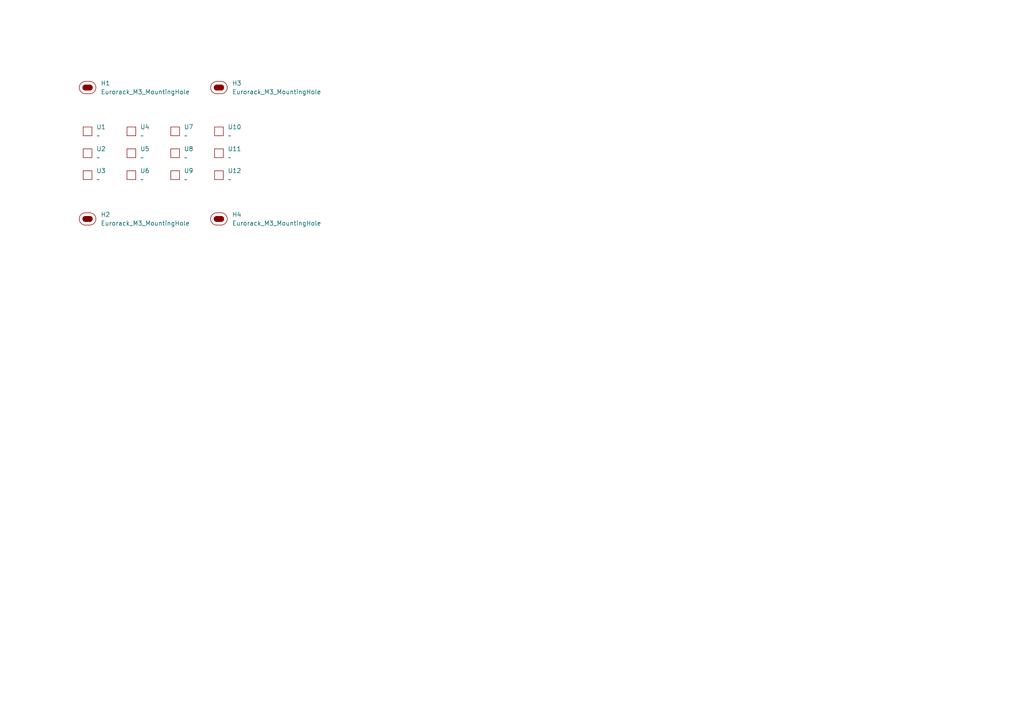
<source format=kicad_sch>
(kicad_sch (version 20250114) (generator "eeschema") (generator_version "9.0")
  (paper "A4")
  (lib_symbols
    (symbol "EXC:Eurorack_M3_MountingHole" (pin_names (offset 1.016))
      (property "Reference" "H" (at 0 5.08 0))
      (property "Value" "Eurorack_M3_MountingHole" (at 0 3.175 0))
      (symbol "Eurorack_M3_MountingHole_0_1"
        (polyline (pts (xy -0.635 0.762) (xy 0.635 0.762)))
        (circle (center -0.635 0) (radius 0.762) (fill (type outline)))
        (arc (start -0.635 -0.762) (mid -1.397 0) (end -0.635 0.762))
        (arc (start -0.635 -1.778) (mid -2.413 0) (end -0.635 1.778))
        (polyline (pts (xy -0.635 -0.762) (xy 0.635 -0.762)))
        (polyline (pts (xy -0.635 -1.778) (xy 0.635 -1.778)))
        (circle (center 0 0) (radius 0.762) (fill (type outline)))
        (polyline (pts (xy 0.635 1.778) (xy -0.635 1.778)))
        (arc (start 0.6141 1.778) (mid 2.4131 0) (end 0.6141 -1.778))
        (arc (start 0.6227 0.762) (mid 1.3971 0) (end 0.6227 -0.762))
        (circle (center 0.635 0) (radius 0.762) (fill (type outline)))
      )
    )
    (symbol "EXC:SW_CherrySwitch_Clearance_Inner"
      (property "Reference" "U" (at 0 0 0))
      (symbol "SW_CherrySwitch_Clearance_Inner_0_1"
        (rectangle (start -1.27 1.27) (end 1.27 -1.27))
      )
    )
  )
  (symbol (lib_id "EXC:SW_CherrySwitch_Clearance_Inner") (at 63.5 50.8 0) (unit 1)
    (property "Reference" "U12" (at 66.04 49.5299 0) (effects (justify left)))
    (property "Value" "~" (at 66.04 52.0699 0) (effects (justify left)))
    (property "Footprint" "EXC:SW_Cherry_MX_1.00u_Clearance" (effects (hide yes)))
  )
  (symbol (lib_id "EXC:Eurorack_M3_MountingHole") (at 25.4 63.5 0) (unit 1)
    (property "Reference" "H2" (at 29.21 62.2299 0) (effects (justify left)))
    (property "Value" "Eurorack_M3_MountingHole" (at 29.21 64.7699 0) (effects (justify left)))
    (property "Footprint" "EXC:MountingHole_3.2mm_M3" (effects (hide yes)))
    (property "Description" "Mounting Hole without connection" (effects (hide yes)))
  )
  (symbol (lib_id "EXC:SW_CherrySwitch_Clearance_Inner") (at 50.8 38.1 0) (unit 1)
    (property "Reference" "U7" (at 53.34 36.8299 0) (effects (justify left)))
    (property "Value" "~" (at 53.34 39.3699 0) (effects (justify left)))
    (property "Footprint" "EXC:SW_Cherry_MX_1.00u_Clearance" (effects (hide yes)))
  )
  (symbol (lib_id "EXC:SW_CherrySwitch_Clearance_Inner") (at 38.1 38.1 0) (unit 1)
    (property "Reference" "U4" (at 40.64 36.8299 0) (effects (justify left)))
    (property "Value" "~" (at 40.64 39.3699 0) (effects (justify left)))
    (property "Footprint" "EXC:SW_Cherry_MX_1.00u_Clearance" (effects (hide yes)))
  )
  (symbol (lib_id "EXC:SW_CherrySwitch_Clearance_Inner") (at 25.4 38.1 0) (unit 1)
    (property "Reference" "U1" (at 27.94 36.8299 0) (effects (justify left)))
    (property "Value" "~" (at 27.94 39.3699 0) (effects (justify left)))
    (property "Footprint" "EXC:SW_Cherry_MX_1.00u_Clearance" (effects (hide yes)))
  )
  (symbol (lib_id "EXC:SW_CherrySwitch_Clearance_Inner") (at 38.1 44.45 0) (unit 1)
    (property "Reference" "U5" (at 40.64 43.1799 0) (effects (justify left)))
    (property "Value" "~" (at 40.64 45.7199 0) (effects (justify left)))
    (property "Footprint" "EXC:SW_Cherry_MX_1.00u_Clearance" (effects (hide yes)))
  )
  (symbol (lib_id "EXC:SW_CherrySwitch_Clearance_Inner") (at 25.4 50.8 0) (unit 1)
    (property "Reference" "U3" (at 27.94 49.5299 0) (effects (justify left)))
    (property "Value" "~" (at 27.94 52.0699 0) (effects (justify left)))
    (property "Footprint" "EXC:SW_Cherry_MX_1.00u_Clearance" (effects (hide yes)))
  )
  (symbol (lib_id "EXC:SW_CherrySwitch_Clearance_Inner") (at 63.5 38.1 0) (unit 1)
    (property "Reference" "U10" (at 66.04 36.8299 0) (effects (justify left)))
    (property "Value" "~" (at 66.04 39.3699 0) (effects (justify left)))
    (property "Footprint" "EXC:SW_Cherry_MX_1.00u_Clearance" (effects (hide yes)))
  )
  (symbol (lib_id "EXC:Eurorack_M3_MountingHole") (at 63.5 63.5 0) (unit 1)
    (property "Reference" "H4" (at 67.31 62.2299 0) (effects (justify left)))
    (property "Value" "Eurorack_M3_MountingHole" (at 67.31 64.7699 0) (effects (justify left)))
    (property "Footprint" "EXC:MountingHole_3.2mm_M3" (effects (hide yes)))
    (property "Description" "Mounting Hole without connection" (effects (hide yes)))
  )
  (symbol (lib_id "EXC:SW_CherrySwitch_Clearance_Inner") (at 50.8 44.45 0) (unit 1)
    (property "Reference" "U8" (at 53.34 43.1799 0) (effects (justify left)))
    (property "Value" "~" (at 53.34 45.7199 0) (effects (justify left)))
    (property "Footprint" "EXC:SW_Cherry_MX_1.00u_Clearance" (effects (hide yes)))
  )
  (symbol (lib_id "EXC:SW_CherrySwitch_Clearance_Inner") (at 25.4 44.45 0) (unit 1)
    (property "Reference" "U2" (at 27.94 43.1799 0) (effects (justify left)))
    (property "Value" "~" (at 27.94 45.7199 0) (effects (justify left)))
    (property "Footprint" "EXC:SW_Cherry_MX_1.00u_Clearance" (effects (hide yes)))
  )
  (symbol (lib_id "EXC:Eurorack_M3_MountingHole") (at 63.5 25.4 0) (unit 1)
    (property "Reference" "H3" (at 67.31 24.1299 0) (effects (justify left)))
    (property "Value" "Eurorack_M3_MountingHole" (at 67.31 26.6699 0) (effects (justify left)))
    (property "Footprint" "EXC:MountingHole_3.2mm_M3" (effects (hide yes)))
    (property "Description" "Mounting Hole without connection" (effects (hide yes)))
  )
  (symbol (lib_id "EXC:SW_CherrySwitch_Clearance_Inner") (at 50.8 50.8 0) (unit 1)
    (property "Reference" "U9" (at 53.34 49.5299 0) (effects (justify left)))
    (property "Value" "~" (at 53.34 52.0699 0) (effects (justify left)))
    (property "Footprint" "EXC:SW_Cherry_MX_1.00u_Clearance" (effects (hide yes)))
  )
  (symbol (lib_id "EXC:SW_CherrySwitch_Clearance_Inner") (at 63.5 44.45 0) (unit 1)
    (property "Reference" "U11" (at 66.04 43.1799 0) (effects (justify left)))
    (property "Value" "~" (at 66.04 45.7199 0) (effects (justify left)))
    (property "Footprint" "EXC:SW_Cherry_MX_1.00u_Clearance" (effects (hide yes)))
  )
  (symbol (lib_id "EXC:Eurorack_M3_MountingHole") (at 25.4 25.4 0) (unit 1)
    (property "Reference" "H1" (at 29.21 24.1299 0) (effects (justify left)))
    (property "Value" "Eurorack_M3_MountingHole" (at 29.21 26.6699 0) (effects (justify left)))
    (property "Footprint" "EXC:MountingHole_3.2mm_M3" (effects (hide yes)))
    (property "Description" "Mounting Hole without connection" (effects (hide yes)))
  )
  (symbol (lib_id "EXC:SW_CherrySwitch_Clearance_Inner") (at 38.1 50.8 0) (unit 1)
    (property "Reference" "U6" (at 40.64 49.5299 0) (effects (justify left)))
    (property "Value" "~" (at 40.64 52.0699 0) (effects (justify left)))
    (property "Footprint" "EXC:SW_Cherry_MX_1.00u_Clearance" (effects (hide yes)))
  )
)
</source>
